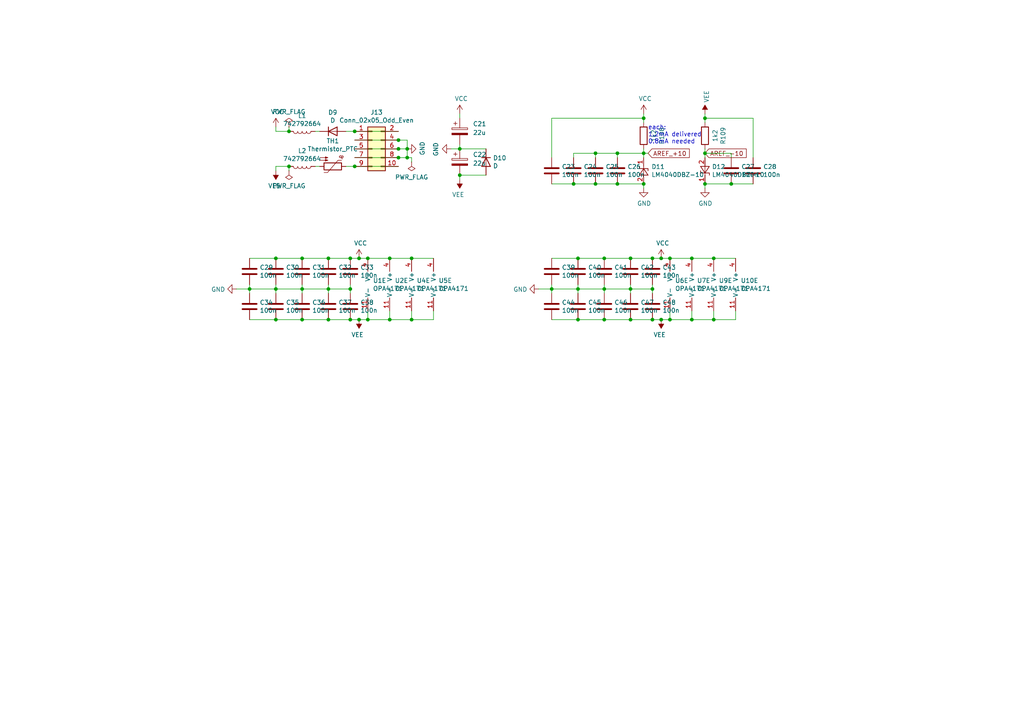
<source format=kicad_sch>
(kicad_sch (version 20211123) (generator eeschema)
  (paper "A4")
  (title_block (title "Mutable Blinds Klon, Taube Power") (date "2021-12-13") (rev "1.0") (comment 1 "urban@taube.xyz") (comment 2 "KiCad clone by Urban Bieri") (comment 3 "Design by Émilie Gillet") (comment 4 "cc-by-sa"))
  (lib_symbols
    (symbol "Amplifier_Operational:OPA4134" (pin_names (offset 0.127))
      (property "Reference" "U" (at 0 5.08 0))
      (property "Value" "OPA4134" (at 0 -5.08 0))
      (symbol "OPA4134_1_1"
        (polyline (pts (xy -5.08 5.08) (xy 5.08 0) (xy -5.08 -5.08) (xy -5.08 5.08)) (stroke (width 0.254)) (fill (type background)))
        (pin output line (at 7.62 0 180) (length 2.54) (name "~") (number "1"))
        (pin input line (at -7.62 -2.54 0) (length 2.54) (name "-") (number "2"))
        (pin input line (at -7.62 2.54 0) (length 2.54) (name "+") (number "3"))
      )
      (symbol "OPA4134_2_1"
        (polyline (pts (xy -5.08 5.08) (xy 5.08 0) (xy -5.08 -5.08) (xy -5.08 5.08)) (stroke (width 0.254)) (fill (type background)))
        (pin input line (at -7.62 2.54 0) (length 2.54) (name "+") (number "5"))
        (pin input line (at -7.62 -2.54 0) (length 2.54) (name "-") (number "6"))
        (pin output line (at 7.62 0 180) (length 2.54) (name "~") (number "7"))
      )
      (symbol "OPA4134_3_1"
        (polyline (pts (xy -5.08 5.08) (xy 5.08 0) (xy -5.08 -5.08) (xy -5.08 5.08)) (stroke (width 0.254)) (fill (type background)))
        (pin input line (at -7.62 2.54 0) (length 2.54) (name "+") (number "10"))
        (pin output line (at 7.62 0 180) (length 2.54) (name "~") (number "8"))
        (pin input line (at -7.62 -2.54 0) (length 2.54) (name "-") (number "9"))
      )
      (symbol "OPA4134_4_1"
        (polyline (pts (xy -5.08 5.08) (xy 5.08 0) (xy -5.08 -5.08) (xy -5.08 5.08)) (stroke (width 0.254)) (fill (type background)))
        (pin input line (at -7.62 2.54 0) (length 2.54) (name "+") (number "12"))
        (pin input line (at -7.62 -2.54 0) (length 2.54) (name "-") (number "13"))
        (pin output line (at 7.62 0 180) (length 2.54) (name "~") (number "14"))
      )
      (symbol "OPA4134_5_1"
        (pin power_in line (at -2.54 -7.62 90) (length 3.81) (name "V-") (number "11"))
        (pin power_in line (at -2.54 7.62 270) (length 3.81) (name "V+") (number "4"))
      )
    )
    (symbol "Connector_Generic:Conn_02x05_Odd_Even" (pin_names (offset 1.016) hide)
      (property "Reference" "J" (at 1.27 7.62 0))
      (property "Value" "Conn_02x05_Odd_Even" (at 1.27 -7.62 0))
      (symbol "Conn_02x05_Odd_Even_1_1"
        (rectangle (start -1.27 -4.953) (end 0 -5.207) (stroke (width 0.1524)))
        (rectangle (start -1.27 -2.413) (end 0 -2.667) (stroke (width 0.1524)))
        (rectangle (start -1.27 0.127) (end 0 -0.127) (stroke (width 0.1524)))
        (rectangle (start -1.27 2.667) (end 0 2.413) (stroke (width 0.1524)))
        (rectangle (start -1.27 5.207) (end 0 4.953) (stroke (width 0.1524)))
        (rectangle (start -1.27 6.35) (end 3.81 -6.35) (stroke (width 0.254)) (fill (type background)))
        (rectangle (start 3.81 -4.953) (end 2.54 -5.207) (stroke (width 0.1524)))
        (rectangle (start 3.81 -2.413) (end 2.54 -2.667) (stroke (width 0.1524)))
        (rectangle (start 3.81 0.127) (end 2.54 -0.127) (stroke (width 0.1524)))
        (rectangle (start 3.81 2.667) (end 2.54 2.413) (stroke (width 0.1524)))
        (rectangle (start 3.81 5.207) (end 2.54 4.953) (stroke (width 0.1524)))
        (pin passive line (at -5.08 5.08 0) (length 3.81) (name "Pin_1") (number "1"))
        (pin passive line (at 7.62 -5.08 180) (length 3.81) (name "Pin_10") (number "10"))
        (pin passive line (at 7.62 5.08 180) (length 3.81) (name "Pin_2") (number "2"))
        (pin passive line (at -5.08 2.54 0) (length 3.81) (name "Pin_3") (number "3"))
        (pin passive line (at 7.62 2.54 180) (length 3.81) (name "Pin_4") (number "4"))
        (pin passive line (at -5.08 0 0) (length 3.81) (name "Pin_5") (number "5"))
        (pin passive line (at 7.62 0 180) (length 3.81) (name "Pin_6") (number "6"))
        (pin passive line (at -5.08 -2.54 0) (length 3.81) (name "Pin_7") (number "7"))
        (pin passive line (at 7.62 -2.54 180) (length 3.81) (name "Pin_8") (number "8"))
        (pin passive line (at -5.08 -5.08 0) (length 3.81) (name "Pin_9") (number "9"))
      )
    )
    (symbol "Device:C" (pin_numbers hide) (pin_names (offset 0.254))
      (property "Reference" "C" (at 0.635 2.54 0))
      (property "Value" "C" (at 0.635 -2.54 0))
      (symbol "C_0_1"
        (polyline (pts (xy -2.032 -0.762) (xy 2.032 -0.762)) (stroke (width 0.508)))
        (polyline (pts (xy -2.032 0.762) (xy 2.032 0.762)) (stroke (width 0.508)))
      )
      (symbol "C_1_1"
        (pin passive line (at 0 3.81 270) (length 2.794) (name "~") (number "1"))
        (pin passive line (at 0 -3.81 90) (length 2.794) (name "~") (number "2"))
      )
    )
    (symbol "Device:C_Polarized" (pin_numbers hide) (pin_names (offset 0.254))
      (property "Reference" "C" (at 0.635 2.54 0))
      (property "Value" "C_Polarized" (at 0.635 -2.54 0))
      (symbol "C_Polarized_0_1"
        (rectangle (start -2.286 0.508) (end 2.286 1.016))
        (polyline (pts (xy -1.778 2.286) (xy -0.762 2.286)))
        (polyline (pts (xy -1.27 2.794) (xy -1.27 1.778)))
        (rectangle (start 2.286 -0.508) (end -2.286 -1.016) (fill (type outline)))
      )
      (symbol "C_Polarized_1_1"
        (pin passive line (at 0 3.81 270) (length 2.794) (name "~") (number "1"))
        (pin passive line (at 0 -3.81 90) (length 2.794) (name "~") (number "2"))
      )
    )
    (symbol "Device:D" (pin_numbers hide) (pin_names (offset 1.016) hide)
      (property "Reference" "D" (at 0 2.54 0))
      (property "Value" "D" (at 0 -2.54 0))
      (symbol "D_0_1"
        (polyline (pts (xy -1.27 1.27) (xy -1.27 -1.27)) (stroke (width 0.254)))
        (polyline (pts (xy 1.27 0) (xy -1.27 0)))
        (polyline (pts (xy 1.27 1.27) (xy 1.27 -1.27) (xy -1.27 0) (xy 1.27 1.27)) (stroke (width 0.254)))
      )
      (symbol "D_1_1"
        (pin passive line (at -3.81 0 0) (length 2.54) (name "K") (number "1"))
        (pin passive line (at 3.81 0 180) (length 2.54) (name "A") (number "2"))
      )
    )
    (symbol "Device:L" (pin_numbers hide) (pin_names (offset 1.016) hide)
      (property "Reference" "L" (at -1.27 0 90))
      (property "Value" "L" (at 1.905 0 90))
      (symbol "L_0_1"
        (arc (start 0 -2.54) (mid 0.635 -1.905) (end 0 -1.27))
        (arc (start 0 -1.27) (mid 0.635 -0.635) (end 0 0))
        (arc (start 0 0) (mid 0.635 0.635) (end 0 1.27))
        (arc (start 0 1.27) (mid 0.635 1.905) (end 0 2.54))
      )
      (symbol "L_1_1"
        (pin passive line (at 0 3.81 270) (length 1.27) (name "1") (number "1"))
        (pin passive line (at 0 -3.81 90) (length 1.27) (name "2") (number "2"))
      )
    )
    (symbol "Device:R" (pin_numbers hide) (pin_names (offset 0))
      (property "Reference" "R" (at 2.032 0 90))
      (property "Value" "R" (at 0 0 90))
      (symbol "R_0_1"
        (rectangle (start -1.016 -2.54) (end 1.016 2.54) (stroke (width 0.254)))
      )
      (symbol "R_1_1"
        (pin passive line (at 0 3.81 270) (length 1.27) (name "~") (number "1"))
        (pin passive line (at 0 -3.81 90) (length 1.27) (name "~") (number "2"))
      )
    )
    (symbol "Device:Thermistor_PTC" (pin_numbers hide) (pin_names (offset 0))
      (property "Reference" "TH" (at -4.064 0 90))
      (property "Value" "Thermistor_PTC" (at 3.048 0 90))
      (symbol "Thermistor_PTC_0_1"
        (arc (start -3.048 2.159) (mid -3.0505 2.3165) (end -3.175 2.413))
        (arc (start -3.048 2.159) (mid -2.9736 1.9794) (end -2.794 1.905))
        (arc (start -3.048 2.794) (mid -2.9736 2.6144) (end -2.794 2.54))
        (arc (start -2.794 1.905) (mid -2.6144 1.9794) (end -2.54 2.159))
        (arc (start -2.794 2.54) (mid -2.434 2.5608) (end -2.159 2.794))
        (arc (start -2.794 3.048) (mid -2.9736 2.9736) (end -3.048 2.794))
        (arc (start -2.54 2.794) (mid -2.6144 2.9736) (end -2.794 3.048))
        (rectangle (start -1.016 2.54) (end 1.016 -2.54) (stroke (width 0.254)))
        (polyline (pts (xy -2.54 2.159) (xy -2.54 2.794)))
        (polyline (pts (xy -1.778 2.54) (xy -1.778 1.524) (xy 1.778 -1.524) (xy 1.778 -2.54)))
        (polyline (pts (xy -2.54 -3.683) (xy -2.54 -1.397) (xy -2.794 -2.159) (xy -2.286 -2.159) (xy -2.54 -1.397) (xy -2.54 -1.651)) (fill (type outline)))
        (polyline (pts (xy -1.778 -3.683) (xy -1.778 -1.397) (xy -2.032 -2.159) (xy -1.524 -2.159) (xy -1.778 -1.397) (xy -1.778 -1.651)) (fill (type outline)))
      )
      (symbol "Thermistor_PTC_1_1"
        (pin passive line (at 0 3.81 270) (length 1.27) (name "~") (number "1"))
        (pin passive line (at 0 -3.81 90) (length 1.27) (name "~") (number "2"))
      )
    )
    (symbol "Reference_Voltage:LM4040DBZ-10" (pin_names (offset 0.0254) hide)
      (property "Reference" "U" (at 0 2.54 0))
      (property "Value" "LM4040DBZ-10" (at 0 -3.175 0))
      (symbol "LM4040DBZ-10_0_1"
        (polyline (pts (xy -1.27 0) (xy 0 0) (xy 1.27 0)))
        (polyline (pts (xy -1.27 -1.27) (xy 0.635 0) (xy -1.27 1.27) (xy -1.27 -1.27)) (stroke (width 0.2032)))
        (polyline (pts (xy 0 -1.27) (xy 0.635 -1.27) (xy 0.635 1.27) (xy 1.27 1.27)) (stroke (width 0.2032)))
      )
      (symbol "LM4040DBZ-10_1_1"
        (pin passive line (at 3.81 0 180) (length 2.54) (name "K") (number "1"))
        (pin passive line (at -3.81 0 0) (length 2.54) (name "A") (number "2"))
      )
    )
    (symbol "power:GND" (power) (pin_names (offset 0))
      (property "Value" "GND" (at 0 -3.81 0))
      (symbol "GND_0_1"
        (polyline (pts (xy 0 0) (xy 0 -1.27) (xy 1.27 -1.27) (xy 0 -2.54) (xy -1.27 -1.27) (xy 0 -1.27)))
      )
      (symbol "GND_1_1"
        (pin power_in line (at 0 0 270) (length 0) hide (name "GND") (number "1"))
      )
    )
    (symbol "power:PWR_FLAG" (power) (pin_numbers hide) (pin_names (offset 0) hide)
      (property "Value" "PWR_FLAG" (at 0 3.81 0))
      (symbol "PWR_FLAG_0_0"
        (pin power_out line (at 0 0 90) (length 0) (name "pwr") (number "1"))
      )
      (symbol "PWR_FLAG_0_1"
        (polyline (pts (xy 0 0) (xy 0 1.27) (xy -1.016 1.905) (xy 0 2.54) (xy 1.016 1.905) (xy 0 1.27)))
      )
    )
    (symbol "power:VCC" (power) (pin_names (offset 0))
      (property "Value" "VCC" (at 0 3.81 0))
      (symbol "VCC_0_1"
        (polyline (pts (xy -0.762 1.27) (xy 0 2.54)))
        (polyline (pts (xy 0 0) (xy 0 2.54)))
        (polyline (pts (xy 0 2.54) (xy 0.762 1.27)))
      )
      (symbol "VCC_1_1"
        (pin power_in line (at 0 0 90) (length 0) hide (name "VCC") (number "1"))
      )
    )
    (symbol "power:VEE" (power) (pin_names (offset 0))
      (property "Value" "VEE" (at 0 3.81 0))
      (symbol "VEE_0_1"
        (polyline (pts (xy 0 0) (xy 0 2.54)))
        (polyline (pts (xy 0.762 1.27) (xy -0.762 1.27) (xy 0 2.54) (xy 0.762 1.27)) (fill (type outline)))
      )
      (symbol "VEE_1_1"
        (pin power_in line (at 0 0 90) (length 0) hide (name "VEE") (number "1"))
      )
    )
  )
  (junction (at 194.31 92.71))
  (junction (at 207.01 74.93))
  (junction (at 87.63 74.93))
  (junction (at 104.14 74.93))
  (junction (at 101.6 83.82))
  (junction (at 87.63 83.82))
  (junction (at 167.64 83.82))
  (junction (at 72.39 83.82))
  (junction (at 204.47 34.29))
  (junction (at 95.25 83.82))
  (junction (at 118.11 43.18))
  (junction (at 102.87 48.26))
  (junction (at 95.25 92.71))
  (junction (at 212.09 53.34))
  (junction (at 167.64 74.93))
  (junction (at 167.64 92.71))
  (junction (at 186.69 44.45))
  (junction (at 191.77 74.93))
  (junction (at 80.01 74.93))
  (junction (at 186.69 53.34))
  (junction (at 204.47 44.45))
  (junction (at 186.69 34.29))
  (junction (at 166.37 53.34))
  (junction (at 106.68 92.71))
  (junction (at 200.66 92.71))
  (junction (at 101.6 74.93))
  (junction (at 101.6 92.71))
  (junction (at 115.57 43.18))
  (junction (at 172.72 44.45))
  (junction (at 87.63 92.71))
  (junction (at 118.11 45.72))
  (junction (at 207.01 92.71))
  (junction (at 204.47 53.34))
  (junction (at 194.31 74.93))
  (junction (at 189.23 74.93))
  (junction (at 119.38 74.93))
  (junction (at 133.35 50.8))
  (junction (at 80.01 92.71))
  (junction (at 80.01 83.82))
  (junction (at 133.35 43.18))
  (junction (at 182.88 92.71))
  (junction (at 189.23 83.82))
  (junction (at 119.38 92.71))
  (junction (at 106.68 74.93))
  (junction (at 104.14 92.71))
  (junction (at 182.88 83.82))
  (junction (at 115.57 45.72))
  (junction (at 160.02 83.82))
  (junction (at 200.66 74.93))
  (junction (at 179.07 53.34))
  (junction (at 182.88 74.93))
  (junction (at 83.82 48.26))
  (junction (at 175.26 83.82))
  (junction (at 189.23 92.71))
  (junction (at 175.26 92.71))
  (junction (at 113.03 74.93))
  (junction (at 175.26 74.93))
  (junction (at 83.82 38.1))
  (junction (at 191.77 92.71))
  (junction (at 115.57 40.64))
  (junction (at 172.72 53.34))
  (junction (at 95.25 74.93))
  (junction (at 113.03 92.71))
  (junction (at 179.07 44.45))
  (junction (at 102.87 38.1))
  (wire (pts (xy 118.11 40.64) (xy 118.11 43.18)))
  (wire (pts (xy 72.39 74.93) (xy 80.01 74.93)))
  (wire (pts (xy 119.38 45.72) (xy 119.38 46.99)))
  (wire (pts (xy 186.69 44.45) (xy 179.07 44.45)))
  (wire (pts (xy 106.68 74.93) (xy 113.03 74.93)))
  (wire (pts (xy 218.44 45.72) (xy 218.44 34.29)))
  (wire (pts (xy 125.73 92.71) (xy 125.73 90.17)))
  (wire (pts (xy 102.87 40.64) (xy 115.57 40.64)))
  (wire (pts (xy 140.97 43.18) (xy 133.35 43.18)))
  (wire (pts (xy 106.68 92.71) (xy 113.03 92.71)))
  (wire (pts (xy 187.96 44.45) (xy 186.69 44.45)))
  (wire (pts (xy 83.82 38.1) (xy 83.82 36.83)))
  (wire (pts (xy 68.58 83.82) (xy 72.39 83.82)))
  (wire (pts (xy 133.35 43.18) (xy 133.35 41.91)))
  (wire (pts (xy 118.11 43.18) (xy 118.11 45.72)))
  (wire (pts (xy 87.63 74.93) (xy 95.25 74.93)))
  (wire (pts (xy 87.63 85.09) (xy 87.63 83.82)))
  (wire (pts (xy 102.87 38.1) (xy 115.57 38.1)))
  (wire (pts (xy 119.38 92.71) (xy 125.73 92.71)))
  (wire (pts (xy 160.02 83.82) (xy 167.64 83.82)))
  (wire (pts (xy 113.03 92.71) (xy 113.03 90.17)))
  (wire (pts (xy 175.26 74.93) (xy 182.88 74.93)))
  (wire (pts (xy 175.26 85.09) (xy 175.26 83.82)))
  (wire (pts (xy 72.39 83.82) (xy 80.01 83.82)))
  (wire (pts (xy 118.11 45.72) (xy 119.38 45.72)))
  (wire (pts (xy 204.47 44.45) (xy 204.47 45.72)))
  (wire (pts (xy 166.37 44.45) (xy 166.37 45.72)))
  (wire (pts (xy 207.01 92.71) (xy 213.36 92.71)))
  (wire (pts (xy 172.72 44.45) (xy 166.37 44.45)))
  (wire (pts (xy 212.09 45.72) (xy 212.09 44.45)))
  (wire (pts (xy 72.39 85.09) (xy 72.39 83.82)))
  (wire (pts (xy 83.82 48.26) (xy 80.01 48.26)))
  (wire (pts (xy 87.63 82.55) (xy 87.63 83.82)))
  (wire (pts (xy 182.88 85.09) (xy 182.88 83.82)))
  (wire (pts (xy 172.72 53.34) (xy 179.07 53.34)))
  (wire (pts (xy 167.64 74.93) (xy 175.26 74.93)))
  (wire (pts (xy 113.03 74.93) (xy 119.38 74.93)))
  (wire (pts (xy 182.88 92.71) (xy 189.23 92.71)))
  (wire (pts (xy 72.39 83.82) (xy 72.39 82.55)))
  (wire (pts (xy 204.47 34.29) (xy 204.47 35.56)))
  (wire (pts (xy 213.36 92.71) (xy 213.36 90.17)))
  (wire (pts (xy 207.01 90.17) (xy 207.01 92.71)))
  (wire (pts (xy 80.01 48.26) (xy 80.01 49.53)))
  (wire (pts (xy 200.66 92.71) (xy 200.66 90.17)))
  (wire (pts (xy 130.81 43.18) (xy 133.35 43.18)))
  (wire (pts (xy 186.69 33.02) (xy 186.69 34.29)))
  (wire (pts (xy 113.03 92.71) (xy 119.38 92.71)))
  (wire (pts (xy 80.01 38.1) (xy 80.01 36.83)))
  (wire (pts (xy 189.23 74.93) (xy 191.77 74.93)))
  (wire (pts (xy 186.69 54.61) (xy 186.69 53.34)))
  (wire (pts (xy 92.71 48.26) (xy 91.44 48.26)))
  (wire (pts (xy 167.64 83.82) (xy 175.26 83.82)))
  (wire (pts (xy 194.31 92.71) (xy 200.66 92.71)))
  (wire (pts (xy 212.09 44.45) (xy 204.47 44.45)))
  (wire (pts (xy 102.87 48.26) (xy 115.57 48.26)))
  (wire (pts (xy 204.47 53.34) (xy 204.47 54.61)))
  (wire (pts (xy 218.44 34.29) (xy 204.47 34.29)))
  (wire (pts (xy 191.77 92.71) (xy 194.31 92.71)))
  (wire (pts (xy 80.01 83.82) (xy 87.63 83.82)))
  (wire (pts (xy 160.02 92.71) (xy 167.64 92.71)))
  (wire (pts (xy 115.57 40.64) (xy 118.11 40.64)))
  (wire (pts (xy 80.01 92.71) (xy 87.63 92.71)))
  (wire (pts (xy 119.38 90.17) (xy 119.38 92.71)))
  (wire (pts (xy 182.88 83.82) (xy 182.88 82.55)))
  (wire (pts (xy 186.69 34.29) (xy 160.02 34.29)))
  (wire (pts (xy 172.72 45.72) (xy 172.72 44.45)))
  (wire (pts (xy 115.57 45.72) (xy 118.11 45.72)))
  (wire (pts (xy 212.09 53.34) (xy 218.44 53.34)))
  (wire (pts (xy 182.88 83.82) (xy 189.23 83.82)))
  (wire (pts (xy 156.21 83.82) (xy 160.02 83.82)))
  (wire (pts (xy 167.64 92.71) (xy 175.26 92.71)))
  (wire (pts (xy 80.01 74.93) (xy 87.63 74.93)))
  (wire (pts (xy 160.02 53.34) (xy 166.37 53.34)))
  (wire (pts (xy 175.26 82.55) (xy 175.26 83.82)))
  (wire (pts (xy 102.87 43.18) (xy 115.57 43.18)))
  (wire (pts (xy 87.63 92.71) (xy 95.25 92.71)))
  (wire (pts (xy 104.14 74.93) (xy 106.68 74.93)))
  (wire (pts (xy 175.26 83.82) (xy 182.88 83.82)))
  (wire (pts (xy 95.25 83.82) (xy 95.25 82.55)))
  (wire (pts (xy 95.25 85.09) (xy 95.25 83.82)))
  (wire (pts (xy 194.31 90.17) (xy 194.31 92.71)))
  (wire (pts (xy 101.6 92.71) (xy 104.14 92.71)))
  (wire (pts (xy 179.07 53.34) (xy 186.69 53.34)))
  (wire (pts (xy 160.02 34.29) (xy 160.02 45.72)))
  (wire (pts (xy 204.47 53.34) (xy 212.09 53.34)))
  (wire (pts (xy 72.39 92.71) (xy 80.01 92.71)))
  (wire (pts (xy 179.07 45.72) (xy 179.07 44.45)))
  (wire (pts (xy 204.47 33.02) (xy 204.47 34.29)))
  (wire (pts (xy 106.68 90.17) (xy 106.68 92.71)))
  (wire (pts (xy 133.35 34.29) (xy 133.35 33.02)))
  (wire (pts (xy 194.31 74.93) (xy 200.66 74.93)))
  (wire (pts (xy 189.23 82.55) (xy 189.23 83.82)))
  (wire (pts (xy 189.23 92.71) (xy 191.77 92.71)))
  (wire (pts (xy 166.37 53.34) (xy 172.72 53.34)))
  (wire (pts (xy 104.14 92.71) (xy 106.68 92.71)))
  (wire (pts (xy 100.33 48.26) (xy 102.87 48.26)))
  (wire (pts (xy 102.87 45.72) (xy 115.57 45.72)))
  (wire (pts (xy 186.69 34.29) (xy 186.69 35.56)))
  (wire (pts (xy 179.07 44.45) (xy 172.72 44.45)))
  (wire (pts (xy 119.38 74.93) (xy 125.73 74.93)))
  (wire (pts (xy 100.33 38.1) (xy 102.87 38.1)))
  (wire (pts (xy 115.57 43.18) (xy 118.11 43.18)))
  (wire (pts (xy 200.66 74.93) (xy 207.01 74.93)))
  (wire (pts (xy 95.25 83.82) (xy 101.6 83.82)))
  (wire (pts (xy 204.47 43.18) (xy 204.47 44.45)))
  (wire (pts (xy 91.44 38.1) (xy 92.71 38.1)))
  (wire (pts (xy 189.23 83.82) (xy 189.23 85.09)))
  (wire (pts (xy 80.01 82.55) (xy 80.01 83.82)))
  (wire (pts (xy 87.63 83.82) (xy 95.25 83.82)))
  (wire (pts (xy 160.02 85.09) (xy 160.02 83.82)))
  (wire (pts (xy 140.97 50.8) (xy 133.35 50.8)))
  (wire (pts (xy 200.66 92.71) (xy 207.01 92.71)))
  (wire (pts (xy 167.64 83.82) (xy 167.64 85.09)))
  (wire (pts (xy 133.35 50.8) (xy 133.35 52.07)))
  (wire (pts (xy 101.6 74.93) (xy 104.14 74.93)))
  (wire (pts (xy 101.6 83.82) (xy 101.6 85.09)))
  (wire (pts (xy 83.82 38.1) (xy 80.01 38.1)))
  (wire (pts (xy 186.69 44.45) (xy 186.69 45.72)))
  (wire (pts (xy 160.02 83.82) (xy 160.02 82.55)))
  (wire (pts (xy 175.26 92.71) (xy 182.88 92.71)))
  (wire (pts (xy 167.64 82.55) (xy 167.64 83.82)))
  (wire (pts (xy 80.01 83.82) (xy 80.01 85.09)))
  (wire (pts (xy 95.25 92.71) (xy 101.6 92.71)))
  (wire (pts (xy 207.01 74.93) (xy 213.36 74.93)))
  (wire (pts (xy 182.88 74.93) (xy 189.23 74.93)))
  (wire (pts (xy 83.82 48.26) (xy 83.82 49.53)))
  (wire (pts (xy 101.6 82.55) (xy 101.6 83.82)))
  (wire (pts (xy 191.77 74.93) (xy 194.31 74.93)))
  (wire (pts (xy 160.02 74.93) (xy 167.64 74.93)))
  (wire (pts (xy 95.25 74.93) (xy 101.6 74.93)))
  (wire (pts (xy 186.69 43.18) (xy 186.69 44.45)))
  (text "each:\n1.2mA delivered\n0.8mA needed" (at 187.96 41.91 0) (effects (font (size 1.27 1.27)) (justify left bottom)))
  (global_label "AREF_-10" (shape input) (at 204.47 44.45 0) (property "Intersheet References" "${INTERSHEET_REFS}" (effects hide)))
  (global_label "AREF_+10" (shape input) (at 187.96 44.45 0) (property "Intersheet References" "${INTERSHEET_REFS}" (effects hide)))
  (symbol (lib_id "Device:C") (at 179.07 49.53 180) (unit 1)
    (property "Reference" "C26" (at 181.991 48.3616 0) (effects (justify right)))
    (property "Value" "100n" (at 181.991 50.673 0) (effects (justify right)))
    (property "Footprint" "Capacitor_SMD:C_0805_2012Metric_Pad1.18x1.45mm_HandSolder" (effects hide))
  )
  (symbol (lib_id "Reference_Voltage:LM4040DBZ-10") (at 186.69 49.53 90) (unit 1)
    (property "Reference" "D11" (at 188.9252 48.3616 90) (effects (justify right)))
    (property "Value" "LM4040DBZ-10" (at 188.9252 50.673 90) (effects (justify right)))
    (property "Footprint" "Package_TO_SOT_SMD:SOT-23_Handsoldering" (effects hide))
    (property "Datasheet" "http://www.ti.com/lit/ds/symlink/lm4040-n.pdf" (effects hide))
  )
  (symbol (lib_id "Device:R") (at 186.69 39.37 180) (unit 1)
    (property "Reference" "R108" (at 191.9478 39.37 90))
    (property "Value" "1k2" (at 189.6364 39.37 90))
    (property "Footprint" "Resistor_SMD:R_0805_2012Metric_Pad1.20x1.40mm_HandSolder" (effects hide))
  )
  (symbol (lib_id "Device:R") (at 204.47 39.37 180) (unit 1)
    (property "Reference" "R109" (at 209.7278 39.37 90))
    (property "Value" "1k2" (at 207.4164 39.37 90))
    (property "Footprint" "Resistor_SMD:R_0805_2012Metric_Pad1.20x1.40mm_HandSolder" (effects hide))
  )
  (symbol (lib_id "Reference_Voltage:LM4040DBZ-10") (at 204.47 49.53 270) (unit 1)
    (property "Reference" "D12" (at 206.4766 48.3616 90) (effects (justify left)))
    (property "Value" "LM4040DBZ-10" (at 206.4766 50.673 90) (effects (justify left)))
    (property "Footprint" "Package_TO_SOT_SMD:SOT-23_Handsoldering" (effects hide))
    (property "Datasheet" "http://www.ti.com/lit/ds/symlink/lm4040-n.pdf" (effects hide))
  )
  (symbol (lib_id "Device:C") (at 172.72 49.53 180) (unit 1)
    (property "Reference" "C25" (at 175.641 48.3616 0) (effects (justify right)))
    (property "Value" "100n" (at 175.641 50.673 0) (effects (justify right)))
    (property "Footprint" "Capacitor_SMD:C_0805_2012Metric_Pad1.18x1.45mm_HandSolder" (effects hide))
  )
  (symbol (lib_id "Device:C") (at 166.37 49.53 180) (unit 1)
    (property "Reference" "C24" (at 169.291 48.3616 0) (effects (justify right)))
    (property "Value" "100n" (at 169.291 50.673 0) (effects (justify right)))
    (property "Footprint" "Capacitor_SMD:C_0805_2012Metric_Pad1.18x1.45mm_HandSolder" (effects hide))
  )
  (symbol (lib_id "Device:C") (at 160.02 49.53 180) (unit 1)
    (property "Reference" "C23" (at 162.941 48.3616 0) (effects (justify right)))
    (property "Value" "100n" (at 162.941 50.673 0) (effects (justify right)))
    (property "Footprint" "Capacitor_SMD:C_0805_2012Metric_Pad1.18x1.45mm_HandSolder" (effects hide))
  )
  (symbol (lib_id "Device:C") (at 212.09 49.53 180) (unit 1)
    (property "Reference" "C27" (at 215.011 48.3616 0) (effects (justify right)))
    (property "Value" "100n" (at 215.011 50.673 0) (effects (justify right)))
    (property "Footprint" "Capacitor_SMD:C_0805_2012Metric_Pad1.18x1.45mm_HandSolder" (effects hide))
  )
  (symbol (lib_id "Device:C") (at 218.44 49.53 180) (unit 1)
    (property "Reference" "C28" (at 221.361 48.3616 0) (effects (justify right)))
    (property "Value" "100n" (at 221.361 50.673 0) (effects (justify right)))
    (property "Footprint" "Capacitor_SMD:C_0805_2012Metric_Pad1.18x1.45mm_HandSolder" (effects hide))
  )
  (symbol (lib_id "power:GND") (at 186.69 54.61 0) (unit 1)
    (property "Reference" "#PWR073" (effects hide))
    (property "Value" "GND" (at 186.817 59.0042 0))
  )
  (symbol (lib_id "power:GND") (at 204.47 54.61 0) (unit 1)
    (property "Reference" "#PWR074" (effects hide))
    (property "Value" "GND" (at 204.597 59.0042 0))
  )
  (symbol (lib_id "power:VCC") (at 186.69 33.02 0) (unit 1)
    (property "Reference" "#PWR066" (effects hide))
    (property "Value" "VCC" (at 187.1218 28.6258 0))
  )
  (symbol (lib_id "power:VEE") (at 204.47 33.02 0) (unit 1)
    (property "Reference" "#PWR067" (effects hide))
    (property "Value" "VEE" (at 204.9272 29.7942 90) (effects (justify left)))
  )
  (symbol (lib_id "Amplifier_Operational:OPA4134") (at 109.22 82.55 0) (unit 5)
    (property "Reference" "U1" (at 108.1532 81.3816 0) (effects (justify left)))
    (property "Value" "OPA4171" (at 108.1532 83.693 0) (effects (justify left)))
    (property "Footprint" "Package_SO:TSSOP-14_4.4x5mm_P0.65mm" (effects hide))
    (property "Datasheet" "http://www.ti.com/lit/ds/symlink/opa134.pdf" (effects hide))
  )
  (symbol (lib_id "Amplifier_Operational:OPA4134") (at 115.57 82.55 0) (unit 5)
    (property "Reference" "U2" (at 114.5032 81.3816 0) (effects (justify left)))
    (property "Value" "OPA4171" (at 114.5032 83.693 0) (effects (justify left)))
    (property "Footprint" "Package_SO:TSSOP-14_4.4x5mm_P0.65mm" (effects hide))
    (property "Datasheet" "http://www.ti.com/lit/ds/symlink/opa134.pdf" (effects hide))
  )
  (symbol (lib_id "power:VEE") (at 104.14 92.71 180) (unit 1)
    (property "Reference" "#PWR077" (effects hide))
    (property "Value" "VEE" (at 103.6828 97.1042 0))
  )
  (symbol (lib_id "power:VCC") (at 104.14 74.93 0) (unit 1)
    (property "Reference" "#PWR075" (effects hide))
    (property "Value" "VCC" (at 104.5718 70.5358 0))
  )
  (symbol (lib_id "Device:C") (at 101.6 78.74 180) (unit 1)
    (property "Reference" "C33" (at 104.521 77.5716 0) (effects (justify right)))
    (property "Value" "100n" (at 104.521 79.883 0) (effects (justify right)))
    (property "Footprint" "Capacitor_SMD:C_0805_2012Metric_Pad1.18x1.45mm_HandSolder" (effects hide))
  )
  (symbol (lib_id "Device:C") (at 101.6 88.9 180) (unit 1)
    (property "Reference" "C38" (at 104.521 87.7316 0) (effects (justify right)))
    (property "Value" "100n" (at 104.521 90.043 0) (effects (justify right)))
    (property "Footprint" "Capacitor_SMD:C_0805_2012Metric_Pad1.18x1.45mm_HandSolder" (effects hide))
  )
  (symbol (lib_id "power:GND") (at 68.58 83.82 270) (unit 1)
    (property "Reference" "#PWR076" (effects hide))
    (property "Value" "GND" (at 65.3288 83.947 90) (effects (justify right)))
  )
  (symbol (lib_id "Device:C") (at 95.25 88.9 180) (unit 1)
    (property "Reference" "C37" (at 98.171 87.7316 0) (effects (justify right)))
    (property "Value" "100n" (at 98.171 90.043 0) (effects (justify right)))
    (property "Footprint" "Capacitor_SMD:C_0805_2012Metric_Pad1.18x1.45mm_HandSolder" (effects hide))
  )
  (symbol (lib_id "Device:C") (at 95.25 78.74 180) (unit 1)
    (property "Reference" "C32" (at 98.171 77.5716 0) (effects (justify right)))
    (property "Value" "100n" (at 98.171 79.883 0) (effects (justify right)))
    (property "Footprint" "Capacitor_SMD:C_0805_2012Metric_Pad1.18x1.45mm_HandSolder" (effects hide))
  )
  (symbol (lib_id "Device:C") (at 87.63 78.74 180) (unit 1)
    (property "Reference" "C31" (at 90.551 77.5716 0) (effects (justify right)))
    (property "Value" "100n" (at 90.551 79.883 0) (effects (justify right)))
    (property "Footprint" "Capacitor_SMD:C_0805_2012Metric_Pad1.18x1.45mm_HandSolder" (effects hide))
  )
  (symbol (lib_id "Device:C") (at 87.63 88.9 180) (unit 1)
    (property "Reference" "C36" (at 90.551 87.7316 0) (effects (justify right)))
    (property "Value" "100n" (at 90.551 90.043 0) (effects (justify right)))
    (property "Footprint" "Capacitor_SMD:C_0805_2012Metric_Pad1.18x1.45mm_HandSolder" (effects hide))
  )
  (symbol (lib_id "Amplifier_Operational:OPA4134") (at 121.92 82.55 0) (unit 5)
    (property "Reference" "U4" (at 120.8532 81.3816 0) (effects (justify left)))
    (property "Value" "OPA4171" (at 120.8532 83.693 0) (effects (justify left)))
    (property "Footprint" "Package_SO:TSSOP-14_4.4x5mm_P0.65mm" (effects hide))
    (property "Datasheet" "http://www.ti.com/lit/ds/symlink/opa134.pdf" (effects hide))
  )
  (symbol (lib_id "Amplifier_Operational:OPA4134") (at 128.27 82.55 0) (unit 5)
    (property "Reference" "U5" (at 127.2032 81.3816 0) (effects (justify left)))
    (property "Value" "OPA4171" (at 127.2032 83.693 0) (effects (justify left)))
    (property "Footprint" "Package_SO:TSSOP-14_4.4x5mm_P0.65mm" (effects hide))
    (property "Datasheet" "http://www.ti.com/lit/ds/symlink/opa134.pdf" (effects hide))
  )
  (symbol (lib_id "Device:C") (at 80.01 78.74 180) (unit 1)
    (property "Reference" "C30" (at 82.931 77.5716 0) (effects (justify right)))
    (property "Value" "100n" (at 82.931 79.883 0) (effects (justify right)))
    (property "Footprint" "Capacitor_SMD:C_0805_2012Metric_Pad1.18x1.45mm_HandSolder" (effects hide))
  )
  (symbol (lib_id "Device:C") (at 80.01 88.9 180) (unit 1)
    (property "Reference" "C35" (at 82.931 87.7316 0) (effects (justify right)))
    (property "Value" "100n" (at 82.931 90.043 0) (effects (justify right)))
    (property "Footprint" "Capacitor_SMD:C_0805_2012Metric_Pad1.18x1.45mm_HandSolder" (effects hide))
  )
  (symbol (lib_id "Device:C") (at 72.39 88.9 180) (unit 1)
    (property "Reference" "C34" (at 75.311 87.7316 0) (effects (justify right)))
    (property "Value" "100n" (at 75.311 90.043 0) (effects (justify right)))
    (property "Footprint" "Capacitor_SMD:C_0805_2012Metric_Pad1.18x1.45mm_HandSolder" (effects hide))
  )
  (symbol (lib_id "Device:C") (at 72.39 78.74 180) (unit 1)
    (property "Reference" "C29" (at 75.311 77.5716 0) (effects (justify right)))
    (property "Value" "100n" (at 75.311 79.883 0) (effects (justify right)))
    (property "Footprint" "Capacitor_SMD:C_0805_2012Metric_Pad1.18x1.45mm_HandSolder" (effects hide))
  )
  (symbol (lib_id "Connector_Generic:Conn_02x05_Odd_Even") (at 107.95 43.18 0) (unit 1)
    (property "Reference" "J13" (at 109.22 32.5882 0))
    (property "Value" "Conn_02x05_Odd_Even" (at 109.22 34.8996 0))
    (property "Footprint" "Connector_PinHeader_2.54mm:PinHeader_2x05_P2.54mm_Vertical" (effects hide))
  )
  (symbol (lib_id "Device:L") (at 87.63 38.1 270) (unit 1)
    (property "Reference" "L1" (at 87.63 33.5788 90))
    (property "Value" "742792664" (at 87.63 35.8902 90))
    (property "Footprint" "Inductor_SMD:L_0603_1608Metric_Pad1.05x0.95mm_HandSolder" (effects hide))
  )
  (symbol (lib_id "Device:L") (at 87.63 48.26 270) (unit 1)
    (property "Reference" "L2" (at 87.63 43.7388 90))
    (property "Value" "742792664" (at 87.63 46.0502 90))
    (property "Footprint" "Inductor_SMD:L_0603_1608Metric_Pad1.05x0.95mm_HandSolder" (effects hide))
  )
  (symbol (lib_id "Device:Thermistor_PTC") (at 96.52 48.26 270) (unit 1)
    (property "Reference" "TH1" (at 96.52 40.894 90))
    (property "Value" "Thermistor_PTC" (at 96.52 43.2054 90))
    (property "Footprint" "Resistor_SMD:R_0805_2012Metric_Pad1.20x1.40mm_HandSolder" (effects hide))
  )
  (symbol (lib_id "Device:D") (at 96.52 38.1 0) (unit 1)
    (property "Reference" "D9" (at 96.52 32.6136 0))
    (property "Value" "D" (at 96.52 34.925 0))
    (property "Footprint" "Diode_SMD:D_SMA_Handsoldering" (effects hide))
  )
  (symbol (lib_id "power:VCC") (at 80.01 36.83 0) (unit 1)
    (property "Reference" "#PWR068" (effects hide))
    (property "Value" "VCC" (at 80.4418 32.4358 0))
  )
  (symbol (lib_id "power:VEE") (at 80.01 49.53 180) (unit 1)
    (property "Reference" "#PWR071" (effects hide))
    (property "Value" "VEE" (at 79.5528 53.9242 0))
  )
  (symbol (lib_id "power:GND") (at 118.11 43.18 90) (unit 1)
    (property "Reference" "#PWR069" (effects hide))
    (property "Value" "GND" (at 122.5042 43.053 0))
  )
  (symbol (lib_id "power:VCC") (at 133.35 33.02 0) (unit 1)
    (property "Reference" "#PWR065" (effects hide))
    (property "Value" "VCC" (at 133.7818 28.6258 0))
  )
  (symbol (lib_id "power:VEE") (at 133.35 52.07 180) (unit 1)
    (property "Reference" "#PWR072" (effects hide))
    (property "Value" "VEE" (at 132.8928 56.4642 0))
  )
  (symbol (lib_id "Device:D") (at 140.97 46.99 270) (unit 1)
    (property "Reference" "D10" (at 142.9766 45.8216 90) (effects (justify left)))
    (property "Value" "D" (at 142.9766 48.133 90) (effects (justify left)))
    (property "Footprint" "Diode_SMD:D_SMA_Handsoldering" (effects hide))
  )
  (symbol (lib_id "power:GND") (at 130.81 43.18 270) (unit 1)
    (property "Reference" "#PWR070" (effects hide))
    (property "Value" "GND" (at 126.4158 43.307 0))
  )
  (symbol (lib_id "power:PWR_FLAG") (at 83.82 49.53 180) (unit 1)
    (property "Reference" "#FLG03" (effects hide))
    (property "Value" "PWR_FLAG" (at 83.82 53.9242 0))
  )
  (symbol (lib_id "power:PWR_FLAG") (at 83.82 36.83 0) (unit 1)
    (property "Reference" "#FLG01" (effects hide))
    (property "Value" "PWR_FLAG" (at 83.82 32.4104 0))
  )
  (symbol (lib_id "power:PWR_FLAG") (at 119.38 46.99 180) (unit 1)
    (property "Reference" "#FLG02" (effects hide))
    (property "Value" "PWR_FLAG" (at 119.38 51.3842 0))
  )
  (symbol (lib_id "Amplifier_Operational:OPA4134") (at 196.85 82.55 0) (unit 5)
    (property "Reference" "U6" (at 195.7832 81.3816 0) (effects (justify left)))
    (property "Value" "OPA4171" (at 195.7832 83.693 0) (effects (justify left)))
    (property "Footprint" "Package_SO:TSSOP-14_4.4x5mm_P0.65mm" (effects hide))
    (property "Datasheet" "http://www.ti.com/lit/ds/symlink/opa134.pdf" (effects hide))
  )
  (symbol (lib_id "Amplifier_Operational:OPA4134") (at 203.2 82.55 0) (unit 5)
    (property "Reference" "U7" (at 202.1332 81.3816 0) (effects (justify left)))
    (property "Value" "OPA4171" (at 202.1332 83.693 0) (effects (justify left)))
    (property "Footprint" "Package_SO:TSSOP-14_4.4x5mm_P0.65mm" (effects hide))
    (property "Datasheet" "http://www.ti.com/lit/ds/symlink/opa134.pdf" (effects hide))
  )
  (symbol (lib_id "power:VEE") (at 191.77 92.71 180) (unit 1)
    (property "Reference" "#PWR080" (effects hide))
    (property "Value" "VEE" (at 191.3128 97.1042 0))
  )
  (symbol (lib_id "power:VCC") (at 191.77 74.93 0) (unit 1)
    (property "Reference" "#PWR078" (effects hide))
    (property "Value" "VCC" (at 192.2018 70.5358 0))
  )
  (symbol (lib_id "Device:C") (at 189.23 78.74 180) (unit 1)
    (property "Reference" "C43" (at 192.151 77.5716 0) (effects (justify right)))
    (property "Value" "100n" (at 192.151 79.883 0) (effects (justify right)))
    (property "Footprint" "Capacitor_SMD:C_0805_2012Metric_Pad1.18x1.45mm_HandSolder" (effects hide))
  )
  (symbol (lib_id "Device:C") (at 189.23 88.9 180) (unit 1)
    (property "Reference" "C48" (at 192.151 87.7316 0) (effects (justify right)))
    (property "Value" "100n" (at 192.151 90.043 0) (effects (justify right)))
    (property "Footprint" "Capacitor_SMD:C_0805_2012Metric_Pad1.18x1.45mm_HandSolder" (effects hide))
  )
  (symbol (lib_id "power:GND") (at 156.21 83.82 270) (unit 1)
    (property "Reference" "#PWR079" (effects hide))
    (property "Value" "GND" (at 152.9588 83.947 90) (effects (justify right)))
  )
  (symbol (lib_id "Device:C") (at 182.88 88.9 180) (unit 1)
    (property "Reference" "C47" (at 185.801 87.7316 0) (effects (justify right)))
    (property "Value" "100n" (at 185.801 90.043 0) (effects (justify right)))
    (property "Footprint" "Capacitor_SMD:C_0805_2012Metric_Pad1.18x1.45mm_HandSolder" (effects hide))
  )
  (symbol (lib_id "Device:C") (at 182.88 78.74 180) (unit 1)
    (property "Reference" "C42" (at 185.801 77.5716 0) (effects (justify right)))
    (property "Value" "100n" (at 185.801 79.883 0) (effects (justify right)))
    (property "Footprint" "Capacitor_SMD:C_0805_2012Metric_Pad1.18x1.45mm_HandSolder" (effects hide))
  )
  (symbol (lib_id "Device:C") (at 175.26 78.74 180) (unit 1)
    (property "Reference" "C41" (at 178.181 77.5716 0) (effects (justify right)))
    (property "Value" "100n" (at 178.181 79.883 0) (effects (justify right)))
    (property "Footprint" "Capacitor_SMD:C_0805_2012Metric_Pad1.18x1.45mm_HandSolder" (effects hide))
  )
  (symbol (lib_id "Device:C") (at 175.26 88.9 180) (unit 1)
    (property "Reference" "C46" (at 178.181 87.7316 0) (effects (justify right)))
    (property "Value" "100n" (at 178.181 90.043 0) (effects (justify right)))
    (property "Footprint" "Capacitor_SMD:C_0805_2012Metric_Pad1.18x1.45mm_HandSolder" (effects hide))
  )
  (symbol (lib_id "Amplifier_Operational:OPA4134") (at 209.55 82.55 0) (unit 5)
    (property "Reference" "U9" (at 208.4832 81.3816 0) (effects (justify left)))
    (property "Value" "OPA4171" (at 208.4832 83.693 0) (effects (justify left)))
    (property "Footprint" "Package_SO:TSSOP-14_4.4x5mm_P0.65mm" (effects hide))
    (property "Datasheet" "http://www.ti.com/lit/ds/symlink/opa134.pdf" (effects hide))
  )
  (symbol (lib_id "Amplifier_Operational:OPA4134") (at 215.9 82.55 0) (unit 5)
    (property "Reference" "U10" (at 214.8332 81.3816 0) (effects (justify left)))
    (property "Value" "OPA4171" (at 214.8332 83.693 0) (effects (justify left)))
    (property "Footprint" "Package_SO:TSSOP-14_4.4x5mm_P0.65mm" (effects hide))
    (property "Datasheet" "http://www.ti.com/lit/ds/symlink/opa134.pdf" (effects hide))
  )
  (symbol (lib_id "Device:C") (at 167.64 78.74 180) (unit 1)
    (property "Reference" "C40" (at 170.561 77.5716 0) (effects (justify right)))
    (property "Value" "100n" (at 170.561 79.883 0) (effects (justify right)))
    (property "Footprint" "Capacitor_SMD:C_0805_2012Metric_Pad1.18x1.45mm_HandSolder" (effects hide))
  )
  (symbol (lib_id "Device:C") (at 167.64 88.9 180) (unit 1)
    (property "Reference" "C45" (at 170.561 87.7316 0) (effects (justify right)))
    (property "Value" "100n" (at 170.561 90.043 0) (effects (justify right)))
    (property "Footprint" "Capacitor_SMD:C_0805_2012Metric_Pad1.18x1.45mm_HandSolder" (effects hide))
  )
  (symbol (lib_id "Device:C") (at 160.02 88.9 180) (unit 1)
    (property "Reference" "C44" (at 162.941 87.7316 0) (effects (justify right)))
    (property "Value" "100n" (at 162.941 90.043 0) (effects (justify right)))
    (property "Footprint" "Capacitor_SMD:C_0805_2012Metric_Pad1.18x1.45mm_HandSolder" (effects hide))
  )
  (symbol (lib_id "Device:C") (at 160.02 78.74 180) (unit 1)
    (property "Reference" "C39" (at 162.941 77.5716 0) (effects (justify right)))
    (property "Value" "100n" (at 162.941 79.883 0) (effects (justify right)))
    (property "Footprint" "Capacitor_SMD:C_0805_2012Metric_Pad1.18x1.45mm_HandSolder" (effects hide))
  )
  (symbol (lib_id "Device:C_Polarized") (at 133.35 46.99 0) (unit 1)
    (property "Reference" "C22" (at 137.16 44.8309 0) (effects (justify left)))
    (property "Value" "22u" (at 137.16 47.3709 0) (effects (justify left)))
    (property "Footprint" "Capacitor_THT:CP_Radial_D5.0mm_P2.50mm" (effects hide))
  )
  (symbol (lib_id "Device:C_Polarized") (at 133.35 38.1 0) (unit 1)
    (property "Reference" "C21" (at 137.16 35.9409 0) (effects (justify left)))
    (property "Value" "22u" (at 137.16 38.4809 0) (effects (justify left)))
    (property "Footprint" "Capacitor_THT:CP_Radial_D5.0mm_P2.50mm" (effects hide))
  )
)
</source>
